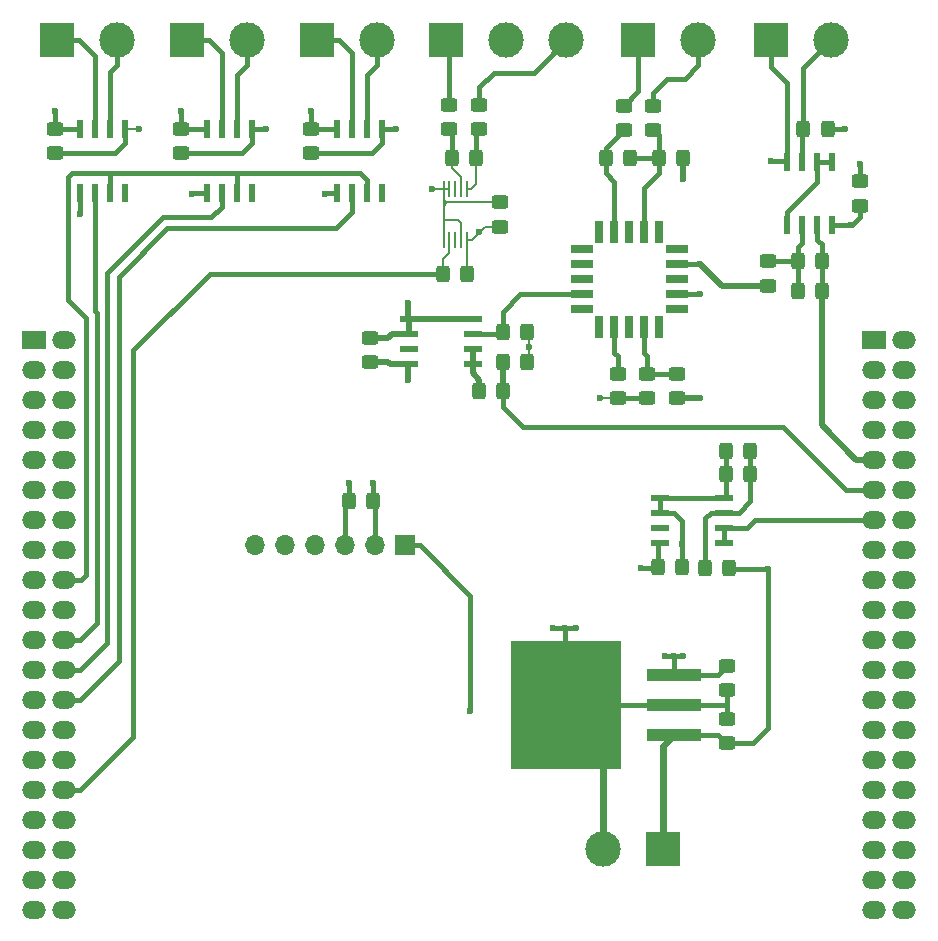
<source format=gtl>
G04 #@! TF.GenerationSoftware,KiCad,Pcbnew,(6.0.1)*
G04 #@! TF.CreationDate,2022-01-24T21:39:17-03:00*
G04 #@! TF.ProjectId,ice-adq,6963652d-6164-4712-9e6b-696361645f70,1.0*
G04 #@! TF.SameCoordinates,Original*
G04 #@! TF.FileFunction,Copper,L1,Top*
G04 #@! TF.FilePolarity,Positive*
%FSLAX46Y46*%
G04 Gerber Fmt 4.6, Leading zero omitted, Abs format (unit mm)*
G04 Created by KiCad (PCBNEW (6.0.1)) date 2022-01-24 21:39:17*
%MOMM*%
%LPD*%
G01*
G04 APERTURE LIST*
G04 Aperture macros list*
%AMRoundRect*
0 Rectangle with rounded corners*
0 $1 Rounding radius*
0 $2 $3 $4 $5 $6 $7 $8 $9 X,Y pos of 4 corners*
0 Add a 4 corners polygon primitive as box body*
4,1,4,$2,$3,$4,$5,$6,$7,$8,$9,$2,$3,0*
0 Add four circle primitives for the rounded corners*
1,1,$1+$1,$2,$3*
1,1,$1+$1,$4,$5*
1,1,$1+$1,$6,$7*
1,1,$1+$1,$8,$9*
0 Add four rect primitives between the rounded corners*
20,1,$1+$1,$2,$3,$4,$5,0*
20,1,$1+$1,$4,$5,$6,$7,0*
20,1,$1+$1,$6,$7,$8,$9,0*
20,1,$1+$1,$8,$9,$2,$3,0*%
G04 Aperture macros list end*
G04 #@! TA.AperFunction,ComponentPad*
%ADD10R,2.000000X1.524000*%
G04 #@! TD*
G04 #@! TA.AperFunction,ComponentPad*
%ADD11O,2.000000X1.524000*%
G04 #@! TD*
G04 #@! TA.AperFunction,SMDPad,CuDef*
%ADD12RoundRect,0.250000X0.450000X-0.325000X0.450000X0.325000X-0.450000X0.325000X-0.450000X-0.325000X0*%
G04 #@! TD*
G04 #@! TA.AperFunction,SMDPad,CuDef*
%ADD13RoundRect,0.250000X-0.325000X-0.450000X0.325000X-0.450000X0.325000X0.450000X-0.325000X0.450000X0*%
G04 #@! TD*
G04 #@! TA.AperFunction,SMDPad,CuDef*
%ADD14RoundRect,0.250000X-0.450000X0.325000X-0.450000X-0.325000X0.450000X-0.325000X0.450000X0.325000X0*%
G04 #@! TD*
G04 #@! TA.AperFunction,SMDPad,CuDef*
%ADD15RoundRect,0.250000X0.325000X0.450000X-0.325000X0.450000X-0.325000X-0.450000X0.325000X-0.450000X0*%
G04 #@! TD*
G04 #@! TA.AperFunction,ComponentPad*
%ADD16R,3.000000X3.000000*%
G04 #@! TD*
G04 #@! TA.AperFunction,ComponentPad*
%ADD17C,3.000000*%
G04 #@! TD*
G04 #@! TA.AperFunction,SMDPad,CuDef*
%ADD18R,0.600000X1.550000*%
G04 #@! TD*
G04 #@! TA.AperFunction,SMDPad,CuDef*
%ADD19R,1.550000X0.600000*%
G04 #@! TD*
G04 #@! TA.AperFunction,SMDPad,CuDef*
%ADD20R,0.280000X1.400000*%
G04 #@! TD*
G04 #@! TA.AperFunction,SMDPad,CuDef*
%ADD21R,1.925000X0.700000*%
G04 #@! TD*
G04 #@! TA.AperFunction,SMDPad,CuDef*
%ADD22R,0.700000X1.925000*%
G04 #@! TD*
G04 #@! TA.AperFunction,ComponentPad*
%ADD23R,1.700000X1.700000*%
G04 #@! TD*
G04 #@! TA.AperFunction,ComponentPad*
%ADD24O,1.700000X1.700000*%
G04 #@! TD*
G04 #@! TA.AperFunction,SMDPad,CuDef*
%ADD25R,4.600000X1.100000*%
G04 #@! TD*
G04 #@! TA.AperFunction,SMDPad,CuDef*
%ADD26R,9.400000X10.800000*%
G04 #@! TD*
G04 #@! TA.AperFunction,ViaPad*
%ADD27C,0.600000*%
G04 #@! TD*
G04 #@! TA.AperFunction,Conductor*
%ADD28C,0.381000*%
G04 #@! TD*
G04 #@! TA.AperFunction,Conductor*
%ADD29C,0.203200*%
G04 #@! TD*
G04 #@! TA.AperFunction,Conductor*
%ADD30C,0.508000*%
G04 #@! TD*
G04 #@! TA.AperFunction,Conductor*
%ADD31C,0.600000*%
G04 #@! TD*
G04 APERTURE END LIST*
D10*
X141715001Y-138095001D03*
D11*
X144255001Y-138095001D03*
X141715001Y-150795001D03*
X144255001Y-140635001D03*
X141715001Y-153335001D03*
X144255001Y-143175001D03*
X141715001Y-155875001D03*
X144255001Y-145715001D03*
X141715001Y-158415001D03*
X144255001Y-148255001D03*
X141715001Y-160955001D03*
X144255001Y-150795001D03*
X141715001Y-163495001D03*
X144255001Y-153335001D03*
X141715001Y-166035001D03*
X144255001Y-155875001D03*
X141715001Y-168575001D03*
X144255001Y-158415001D03*
X141715001Y-171115001D03*
X144255001Y-160955001D03*
X141715001Y-173655001D03*
X144255001Y-163495001D03*
X141715001Y-176195001D03*
X144255001Y-166035001D03*
X144255001Y-168575001D03*
X141715001Y-178735001D03*
X144255001Y-171115001D03*
X144255001Y-176195001D03*
X144255001Y-178735001D03*
X144255001Y-181275001D03*
X144255001Y-183815001D03*
X141715001Y-181275001D03*
X141715001Y-183815001D03*
X141715001Y-140635001D03*
X141715001Y-143175001D03*
X141715001Y-145715001D03*
X141715001Y-148255001D03*
X141715001Y-186355001D03*
X144255001Y-186355001D03*
X144255001Y-173655001D03*
D10*
X70595001Y-138095001D03*
D11*
X73135001Y-138095001D03*
X70595001Y-140635001D03*
X73135001Y-140635001D03*
X70595001Y-143175001D03*
X73135001Y-143175001D03*
X70595001Y-145715001D03*
X73135001Y-145715001D03*
X70595001Y-148255001D03*
X73135001Y-148255001D03*
X70595001Y-150795001D03*
X73135001Y-150795001D03*
X70595001Y-153335001D03*
X73135001Y-153335001D03*
X70595001Y-155875001D03*
X73135001Y-155875001D03*
X70595001Y-158415001D03*
X73135001Y-158415001D03*
X70595001Y-160955001D03*
X73135001Y-160955001D03*
X70595001Y-163495001D03*
X73135001Y-163495001D03*
X70595001Y-166035001D03*
X73135001Y-166035001D03*
X70595001Y-168575001D03*
X73135001Y-168575001D03*
X70595001Y-171115001D03*
X73135001Y-171115001D03*
X70595001Y-173655001D03*
X73135001Y-173655001D03*
X70595001Y-176195001D03*
X73135001Y-176195001D03*
X70595001Y-178735001D03*
X73135001Y-178735001D03*
X70595001Y-181275001D03*
X73135001Y-181275001D03*
X70595001Y-183815001D03*
X73135001Y-183815001D03*
X70595001Y-186355001D03*
X73135001Y-186355001D03*
D12*
X94000000Y-122275000D03*
X94000000Y-120225000D03*
X72361208Y-120225000D03*
X72361208Y-122275000D03*
X83000000Y-120225000D03*
X83000000Y-122275000D03*
D13*
X118975000Y-122759266D03*
X121025000Y-122759266D03*
X125525000Y-122759266D03*
X123475000Y-122759266D03*
D14*
X122500000Y-140975000D03*
X122500000Y-143025000D03*
X120000000Y-140975000D03*
X120000000Y-143025000D03*
D13*
X112319021Y-137486867D03*
X110269021Y-137486867D03*
D12*
X99044021Y-140011867D03*
X99044021Y-137961867D03*
D15*
X105978722Y-122730894D03*
X108028722Y-122730894D03*
D12*
X140503722Y-126755894D03*
X140503722Y-124705894D03*
D13*
X135228722Y-133980894D03*
X137278722Y-133980894D03*
D15*
X97225000Y-151750000D03*
X99275000Y-151750000D03*
D14*
X129250000Y-165725000D03*
X129250000Y-167775000D03*
D12*
X110000000Y-126475000D03*
X110000000Y-128525000D03*
D16*
X94500000Y-112753661D03*
D17*
X99580000Y-112753661D03*
X88580000Y-112753661D03*
D16*
X83500000Y-112753661D03*
D17*
X77580000Y-112750000D03*
D16*
X72500000Y-112750000D03*
X121750000Y-112750000D03*
D17*
X126830000Y-112750000D03*
D16*
X105503722Y-112750000D03*
D17*
X110583722Y-112750000D03*
X115663722Y-112750000D03*
X138080000Y-112750000D03*
D16*
X133000000Y-112750000D03*
X123800000Y-181200000D03*
D17*
X118720000Y-181200000D03*
D12*
X120500000Y-118307149D03*
X120500000Y-120357149D03*
X123018488Y-120357149D03*
X123018488Y-118307149D03*
D14*
X125000000Y-140975000D03*
X125000000Y-143025000D03*
D15*
X112319021Y-139986867D03*
X110269021Y-139986867D03*
X108269021Y-142486867D03*
X110319021Y-142486867D03*
X105225000Y-132500000D03*
X107275000Y-132500000D03*
D14*
X108250000Y-120275000D03*
X108250000Y-118225000D03*
X105750000Y-118225000D03*
X105750000Y-120275000D03*
D15*
X137775000Y-120230894D03*
X135725000Y-120230894D03*
D12*
X132750000Y-131475000D03*
X132750000Y-133525000D03*
D15*
X137278722Y-131480894D03*
X135228722Y-131480894D03*
D18*
X100016208Y-120303661D03*
X98746208Y-120303661D03*
X97476208Y-120303661D03*
X96206208Y-120303661D03*
X96206208Y-125703661D03*
X97476208Y-125703661D03*
X98746208Y-125703661D03*
X100016208Y-125703661D03*
X89016208Y-125703661D03*
X87746208Y-125703661D03*
X86476208Y-125703661D03*
X85206208Y-125703661D03*
X85206208Y-120303661D03*
X86476208Y-120303661D03*
X87746208Y-120303661D03*
X89016208Y-120303661D03*
X78266208Y-120303661D03*
X76996208Y-120303661D03*
X75726208Y-120303661D03*
X74456208Y-120303661D03*
X74456208Y-125703661D03*
X75726208Y-125703661D03*
X76996208Y-125703661D03*
X78266208Y-125703661D03*
D19*
X102344021Y-140141867D03*
X102344021Y-138871867D03*
X102344021Y-137601867D03*
X102344021Y-136331867D03*
X107744021Y-136331867D03*
X107744021Y-137601867D03*
X107744021Y-138871867D03*
X107744021Y-140141867D03*
D20*
X107253722Y-129620894D03*
X106753722Y-129620894D03*
X106253722Y-129620894D03*
X105753722Y-129620894D03*
X105253722Y-129620894D03*
X105253722Y-125340894D03*
X105753722Y-125340894D03*
X106253722Y-125340894D03*
X106753722Y-125340894D03*
X107253722Y-125340894D03*
D18*
X138158722Y-123030894D03*
X136888722Y-123030894D03*
X135618722Y-123030894D03*
X134348722Y-123030894D03*
X134348722Y-128430894D03*
X135618722Y-128430894D03*
X136888722Y-128430894D03*
X138158722Y-128430894D03*
D21*
X125052500Y-133000000D03*
X125052500Y-131730000D03*
X125052500Y-130460000D03*
X125052500Y-134270000D03*
X125052500Y-135540000D03*
D22*
X123540000Y-128947500D03*
X122270000Y-128947500D03*
X121000000Y-128947500D03*
X119730000Y-128947500D03*
X118460000Y-128947500D03*
D21*
X116947500Y-130460000D03*
X116947500Y-131730000D03*
X116947500Y-133000000D03*
X116947500Y-134270000D03*
X116947500Y-135540000D03*
D22*
X118460000Y-137052500D03*
X119730000Y-137052500D03*
X121000000Y-137052500D03*
X122270000Y-137052500D03*
X123540000Y-137052500D03*
D13*
X123425000Y-157359203D03*
X125475000Y-157359203D03*
D15*
X129175000Y-147500000D03*
X131225000Y-147500000D03*
X129425000Y-157400000D03*
X127375000Y-157400000D03*
X129175000Y-149500000D03*
X131225000Y-149500000D03*
D19*
X129016403Y-155289202D03*
X129016403Y-154019202D03*
X129016403Y-152749202D03*
X129016403Y-151479202D03*
X123616403Y-151479202D03*
X123616403Y-152749202D03*
X123616403Y-154019202D03*
X123616403Y-155289202D03*
D12*
X129250000Y-172275000D03*
X129250000Y-170225000D03*
D23*
X102000000Y-155500000D03*
D24*
X99460000Y-155500000D03*
X96920000Y-155500000D03*
X94380000Y-155500000D03*
X91840000Y-155500000D03*
X89300000Y-155500000D03*
D25*
X124775000Y-171540000D03*
X124775000Y-169000000D03*
X124775000Y-166460000D03*
D26*
X115625000Y-169000000D03*
D27*
X132750000Y-157500000D03*
X108250000Y-129000000D03*
X102250000Y-141500000D03*
X127000000Y-134250000D03*
X139750000Y-128430894D03*
X139250000Y-120250000D03*
X122000000Y-157400000D03*
X104250000Y-125340894D03*
X112500000Y-138750000D03*
X127000000Y-131710000D03*
X102250000Y-135000000D03*
X133000000Y-123000000D03*
X140500000Y-123250000D03*
X79500000Y-120250000D03*
X90250000Y-120303661D03*
X101250000Y-120303661D03*
X125500000Y-124500000D03*
X125475000Y-155400000D03*
X118500000Y-143000000D03*
X97250000Y-150250000D03*
X124750000Y-164850000D03*
X125500000Y-164850000D03*
X124000000Y-164850000D03*
X115500000Y-162500000D03*
X114500000Y-162500000D03*
X116500000Y-162500000D03*
X72361208Y-118750000D03*
X83000000Y-118750000D03*
X94000000Y-118750000D03*
X99275000Y-150250000D03*
X127000000Y-143000000D03*
X74500000Y-127500000D03*
X84000000Y-125750000D03*
X95250000Y-125750000D03*
X107500000Y-169500000D03*
D28*
X94000000Y-120225000D02*
X96127547Y-120225000D01*
X94000000Y-120225000D02*
X94000000Y-118750000D01*
D29*
X118500000Y-143000000D02*
X119975000Y-143000000D01*
X112500000Y-137667846D02*
X112319021Y-137486867D01*
X112500000Y-138750000D02*
X112500000Y-137667846D01*
X112500000Y-139805888D02*
X112319021Y-139986867D01*
X112500000Y-138750000D02*
X112500000Y-139805888D01*
D30*
X107744021Y-140141867D02*
X107744021Y-138871867D01*
X108269021Y-141474867D02*
X107744021Y-140949867D01*
X107744021Y-140949867D02*
X107744021Y-140141867D01*
X107744021Y-136331867D02*
X102344021Y-136331867D01*
D28*
X72361208Y-120225000D02*
X72361208Y-118750000D01*
D29*
X78319869Y-120250000D02*
X78266208Y-120303661D01*
X79500000Y-120250000D02*
X78319869Y-120250000D01*
D28*
X78266208Y-121459661D02*
X78266208Y-120303661D01*
X83000000Y-120225000D02*
X83000000Y-118750000D01*
X89016208Y-120303661D02*
X90250000Y-120303661D01*
X100016208Y-120303661D02*
X101250000Y-120303661D01*
X100016208Y-121459661D02*
X100016208Y-120303661D01*
D29*
X106753722Y-128253722D02*
X106753722Y-129620894D01*
D28*
X105750000Y-112996278D02*
X105750000Y-118225000D01*
X134317828Y-123000000D02*
X134348722Y-123030894D01*
X133000000Y-123000000D02*
X134317828Y-123000000D01*
D29*
X107253722Y-129620894D02*
X107253722Y-132478722D01*
X107253722Y-132478722D02*
X107275000Y-132500000D01*
X108725000Y-128525000D02*
X107629106Y-129620894D01*
X107629106Y-129620894D02*
X107253722Y-129620894D01*
X110000000Y-128525000D02*
X108725000Y-128525000D01*
D30*
X102250000Y-141500000D02*
X102250000Y-140235888D01*
X102250000Y-140235888D02*
X102344021Y-140141867D01*
D28*
X127000000Y-134250000D02*
X125072500Y-134250000D01*
X125072500Y-134250000D02*
X125052500Y-134270000D01*
D30*
X100569021Y-140011867D02*
X100699021Y-140141867D01*
X100699021Y-140141867D02*
X102344021Y-140141867D01*
X99044021Y-140011867D02*
X100569021Y-140011867D01*
D28*
X139250000Y-120250000D02*
X137794106Y-120250000D01*
X137794106Y-120250000D02*
X137775000Y-120230894D01*
X139750000Y-128430894D02*
X138158722Y-128430894D01*
X140503722Y-127746278D02*
X139819106Y-128430894D01*
X139819106Y-128430894D02*
X139750000Y-128430894D01*
X140503722Y-126755894D02*
X140503722Y-127746278D01*
X123425000Y-155480605D02*
X123616403Y-155289202D01*
X123425000Y-157359203D02*
X123425000Y-155480605D01*
X123400000Y-157384203D02*
X123425000Y-157359203D01*
X128515000Y-166460000D02*
X129250000Y-165725000D01*
X124775000Y-166460000D02*
X126500000Y-166460000D01*
D29*
X106500000Y-128000000D02*
X106753722Y-128253722D01*
X105253722Y-129620894D02*
X105253722Y-128000000D01*
X105253722Y-128000000D02*
X105253722Y-126750000D01*
X105253722Y-128000000D02*
X106500000Y-128000000D01*
X105253722Y-126750000D02*
X105253722Y-126250000D01*
X105478722Y-126475000D02*
X105478722Y-126525000D01*
X105478722Y-126525000D02*
X105253722Y-126750000D01*
X105253722Y-126250000D02*
X105253722Y-125340894D01*
X110000000Y-126475000D02*
X105478722Y-126475000D01*
X105478722Y-126475000D02*
X105253722Y-126250000D01*
X105253722Y-125340894D02*
X105753722Y-125340894D01*
D30*
X102250000Y-135000000D02*
X102250000Y-136237846D01*
X102250000Y-136237846D02*
X102344021Y-136331867D01*
X125500000Y-124500000D02*
X125500000Y-122784266D01*
X125500000Y-122784266D02*
X125525000Y-122759266D01*
X132750000Y-133525000D02*
X128815000Y-133525000D01*
X128815000Y-133525000D02*
X127000000Y-131710000D01*
D28*
X127000000Y-131710000D02*
X125072500Y-131710000D01*
X125072500Y-131710000D02*
X125052500Y-131730000D01*
D30*
X100929021Y-137601867D02*
X100569021Y-137961867D01*
X100569021Y-137961867D02*
X99044021Y-137961867D01*
X102344021Y-137601867D02*
X100929021Y-137601867D01*
X102344021Y-136331867D02*
X102344021Y-137601867D01*
D28*
X140503722Y-124705894D02*
X140503722Y-123253722D01*
X140503722Y-123253722D02*
X140500000Y-123250000D01*
X120000000Y-143025000D02*
X122500000Y-143025000D01*
X94000000Y-122275000D02*
X99200869Y-122275000D01*
X99200869Y-122275000D02*
X100016208Y-121459661D01*
X83000000Y-122275000D02*
X88200869Y-122275000D01*
X88200869Y-122275000D02*
X89016208Y-121459661D01*
X89016208Y-121459661D02*
X89016208Y-120303661D01*
X72361208Y-122275000D02*
X77450869Y-122275000D01*
X77450869Y-122275000D02*
X78266208Y-121459661D01*
X123616403Y-151479202D02*
X123616403Y-152749202D01*
X127860403Y-151479202D02*
X123616403Y-151479202D01*
X129016403Y-151479202D02*
X127860403Y-151479202D01*
X125475000Y-156559203D02*
X125475000Y-157359203D01*
X125475000Y-153451799D02*
X125475000Y-155400000D01*
X124772403Y-152749202D02*
X125475000Y-153451799D01*
X123616403Y-152749202D02*
X124772403Y-152749202D01*
X125475000Y-155400000D02*
X125475000Y-156559203D01*
X96920000Y-152305000D02*
X97225000Y-152000000D01*
X96920000Y-155500000D02*
X96920000Y-152305000D01*
X97250000Y-151975000D02*
X97225000Y-152000000D01*
X97250000Y-150250000D02*
X97250000Y-151725000D01*
X134348722Y-123030894D02*
X134348722Y-116348722D01*
X133000000Y-115000000D02*
X133000000Y-112750000D01*
X134348722Y-116348722D02*
X133000000Y-115000000D01*
X129175000Y-151320605D02*
X129016403Y-151479202D01*
X129175000Y-149500000D02*
X129175000Y-151320605D01*
X129175000Y-147500000D02*
X129175000Y-149500000D01*
X124775000Y-169000000D02*
X129250000Y-169000000D01*
X129250000Y-167775000D02*
X129250000Y-169000000D01*
X129250000Y-169000000D02*
X129250000Y-170225000D01*
X122094000Y-169000000D02*
X115625000Y-169000000D01*
X124775000Y-169000000D02*
X122094000Y-169000000D01*
X126500000Y-166460000D02*
X128515000Y-166460000D01*
X124000000Y-164850000D02*
X124750000Y-164850000D01*
X124750000Y-164850000D02*
X125500000Y-164850000D01*
X124750000Y-166435000D02*
X124775000Y-166460000D01*
X124750000Y-164850000D02*
X124750000Y-166435000D01*
X123384203Y-157400000D02*
X123425000Y-157359203D01*
X122000000Y-157400000D02*
X123384203Y-157400000D01*
X115500000Y-168875000D02*
X115625000Y-169000000D01*
X115500000Y-162500000D02*
X115500000Y-168875000D01*
X116500000Y-162500000D02*
X115500000Y-162500000D01*
X114500000Y-162500000D02*
X115500000Y-162500000D01*
D31*
X118720000Y-172095000D02*
X115625000Y-169000000D01*
X118720000Y-181200000D02*
X118720000Y-172095000D01*
D29*
X105253722Y-125340894D02*
X104250000Y-125340894D01*
D28*
X83000000Y-120225000D02*
X85127547Y-120225000D01*
X96127547Y-120225000D02*
X96206208Y-120303661D01*
X85127547Y-120225000D02*
X85206208Y-120303661D01*
X74456208Y-120303661D02*
X72439869Y-120303661D01*
X99460000Y-152185000D02*
X99275000Y-152000000D01*
X99460000Y-155500000D02*
X99460000Y-152185000D01*
X99275000Y-150250000D02*
X99275000Y-151750000D01*
X118975000Y-123975000D02*
X119730000Y-124730000D01*
X119730000Y-124730000D02*
X119730000Y-128947500D01*
X118975000Y-122759266D02*
X118975000Y-123975000D01*
X120500000Y-120357149D02*
X118975000Y-121882149D01*
X118975000Y-121882149D02*
X118975000Y-122759266D01*
X123475000Y-124025000D02*
X122270000Y-125230000D01*
X122270000Y-125230000D02*
X122270000Y-128947500D01*
X123475000Y-122759266D02*
X123475000Y-124025000D01*
X121025000Y-122759266D02*
X123475000Y-122759266D01*
X123475000Y-122759266D02*
X123475000Y-120813661D01*
X123475000Y-120813661D02*
X123018488Y-120357149D01*
X122270000Y-139270000D02*
X122500000Y-139500000D01*
X122500000Y-139500000D02*
X122500000Y-140975000D01*
X122270000Y-137052500D02*
X122270000Y-139270000D01*
X125000000Y-140975000D02*
X122500000Y-140975000D01*
X119730000Y-139230000D02*
X120000000Y-139500000D01*
X120000000Y-139500000D02*
X120000000Y-140975000D01*
X119730000Y-137052500D02*
X119730000Y-139230000D01*
X107744021Y-137601867D02*
X110154021Y-137601867D01*
X110154021Y-137601867D02*
X110269021Y-137486867D01*
X110269021Y-136686867D02*
X110269021Y-137486867D01*
X110269021Y-135730979D02*
X110269021Y-136686867D01*
X111730000Y-134270000D02*
X110269021Y-135730979D01*
X116947500Y-134270000D02*
X111730000Y-134270000D01*
D29*
X105978722Y-122730894D02*
X105978722Y-123530894D01*
X105978722Y-123530894D02*
X106753722Y-124305894D01*
X106753722Y-124305894D02*
X106753722Y-124437694D01*
X106753722Y-124437694D02*
X106753722Y-125340894D01*
D28*
X105978722Y-122730894D02*
X105978722Y-120503722D01*
X105978722Y-120503722D02*
X105750000Y-120275000D01*
D29*
X108028722Y-122730894D02*
X108028722Y-124909094D01*
X108028722Y-124909094D02*
X107596922Y-125340894D01*
X107596922Y-125340894D02*
X107253722Y-125340894D01*
D28*
X108028722Y-122730894D02*
X108028722Y-120496278D01*
X108028722Y-120496278D02*
X108250000Y-120275000D01*
X135228722Y-131480894D02*
X132755894Y-131480894D01*
X132755894Y-131480894D02*
X132750000Y-131475000D01*
X135228722Y-131480894D02*
X135228722Y-133980894D01*
X135618722Y-129881278D02*
X135228722Y-130271278D01*
X135228722Y-130271278D02*
X135228722Y-131480894D01*
X135618722Y-128430894D02*
X135618722Y-129881278D01*
D30*
X141715001Y-148255001D02*
X140207001Y-148255001D01*
X140207001Y-148255001D02*
X137278722Y-145326722D01*
X137278722Y-145326722D02*
X137278722Y-134780894D01*
X137278722Y-134780894D02*
X137278722Y-133980894D01*
D28*
X137278722Y-131480894D02*
X137278722Y-133980894D01*
X136888722Y-129638722D02*
X137278722Y-130028722D01*
X137278722Y-130028722D02*
X137278722Y-131480894D01*
X136888722Y-128430894D02*
X136888722Y-129638722D01*
D30*
X127000000Y-143000000D02*
X125025000Y-143000000D01*
X125025000Y-143000000D02*
X125000000Y-143025000D01*
D28*
X128515000Y-171540000D02*
X129250000Y-172275000D01*
X124775000Y-171540000D02*
X128515000Y-171540000D01*
X129525000Y-157500000D02*
X129425000Y-157400000D01*
X132750000Y-157500000D02*
X129525000Y-157500000D01*
X132750000Y-157500000D02*
X132750000Y-171000000D01*
X131475000Y-172275000D02*
X129250000Y-172275000D01*
X132750000Y-171000000D02*
X131475000Y-172275000D01*
D31*
X123800000Y-172515000D02*
X124775000Y-171540000D01*
X123800000Y-181200000D02*
X123800000Y-172515000D01*
D28*
X94500000Y-112753661D02*
X96381000Y-112753661D01*
X96381000Y-112753661D02*
X97476208Y-113848869D01*
X97476208Y-113848869D02*
X97476208Y-119147661D01*
X97476208Y-119147661D02*
X97476208Y-120303661D01*
X99580000Y-112753661D02*
X99580000Y-114874981D01*
X99580000Y-114874981D02*
X98746208Y-115708773D01*
X98746208Y-115708773D02*
X98746208Y-119147661D01*
X98746208Y-119147661D02*
X98746208Y-120303661D01*
X87746208Y-119147661D02*
X87746208Y-120303661D01*
X87746208Y-115708773D02*
X87746208Y-119147661D01*
X88580000Y-114874981D02*
X87746208Y-115708773D01*
X88580000Y-112753661D02*
X88580000Y-114874981D01*
X86476208Y-119147661D02*
X86476208Y-120303661D01*
X86476208Y-113848869D02*
X86476208Y-119147661D01*
X85381000Y-112753661D02*
X86476208Y-113848869D01*
X83500000Y-112753661D02*
X85381000Y-112753661D01*
X76996208Y-115455112D02*
X76996208Y-119147661D01*
X76996208Y-119147661D02*
X76996208Y-120303661D01*
X77580000Y-114871320D02*
X76996208Y-115455112D01*
X77580000Y-112750000D02*
X77580000Y-114871320D01*
X75726208Y-119147661D02*
X75726208Y-120303661D01*
X75726208Y-114095208D02*
X75726208Y-119147661D01*
X74381000Y-112750000D02*
X75726208Y-114095208D01*
X72500000Y-112750000D02*
X74381000Y-112750000D01*
X121750000Y-112750000D02*
X121750000Y-117057149D01*
X121750000Y-117057149D02*
X120500000Y-118307149D01*
X126830000Y-114871320D02*
X125701320Y-116000000D01*
X126830000Y-112750000D02*
X126830000Y-114871320D01*
X125701320Y-116000000D02*
X124200000Y-116000000D01*
X123018488Y-117181512D02*
X123018488Y-118307149D01*
X124200000Y-116000000D02*
X123018488Y-117181512D01*
X105750000Y-112996278D02*
X105503722Y-112750000D01*
X108250000Y-116750000D02*
X109500000Y-115500000D01*
X108250000Y-118225000D02*
X108250000Y-116750000D01*
X109500000Y-115500000D02*
X112913722Y-115500000D01*
X112913722Y-115500000D02*
X113413722Y-115000000D01*
X113413722Y-115000000D02*
X115663722Y-112750000D01*
X138080000Y-112750000D02*
X135725000Y-115105000D01*
X135725000Y-115105000D02*
X135725000Y-120230894D01*
X135975000Y-120230894D02*
X135618722Y-120587172D01*
X135618722Y-120587172D02*
X135618722Y-123030894D01*
X134000000Y-145500000D02*
X139295001Y-150795001D01*
X139295001Y-150795001D02*
X141715001Y-150795001D01*
D30*
X110269021Y-139986867D02*
X110269021Y-142436867D01*
X110269021Y-142436867D02*
X110319021Y-142486867D01*
D28*
X134000000Y-145500000D02*
X112000000Y-145500000D01*
X110319021Y-143819021D02*
X110319021Y-142486867D01*
X112000000Y-145500000D02*
X110319021Y-143819021D01*
D30*
X108269021Y-141474867D02*
X108269021Y-142486867D01*
D28*
X74516001Y-176195001D02*
X79000000Y-171711002D01*
X85500000Y-132500000D02*
X105225000Y-132500000D01*
X79000000Y-171711002D02*
X79000000Y-139000000D01*
X79000000Y-139000000D02*
X85500000Y-132500000D01*
X73135001Y-176195001D02*
X74516001Y-176195001D01*
D29*
X105753722Y-130746278D02*
X105225000Y-131275000D01*
X105225000Y-131275000D02*
X105225000Y-132500000D01*
X105753722Y-129620894D02*
X105753722Y-130746278D01*
D28*
X74456208Y-125703661D02*
X74456208Y-127456208D01*
X74456208Y-127456208D02*
X74500000Y-127500000D01*
X85206208Y-125703661D02*
X84046339Y-125703661D01*
X84046339Y-125703661D02*
X84000000Y-125750000D01*
X96206208Y-125703661D02*
X95296339Y-125703661D01*
X95296339Y-125703661D02*
X95250000Y-125750000D01*
X77750000Y-132760078D02*
X81869068Y-128641010D01*
X77750000Y-165341002D02*
X77750000Y-132760078D01*
X74516001Y-168575001D02*
X77750000Y-165341002D01*
X96108990Y-128641010D02*
X97476208Y-127273792D01*
X97476208Y-127273792D02*
X97476208Y-125703661D01*
X81869068Y-128641010D02*
X96108990Y-128641010D01*
X73135001Y-168575001D02*
X74516001Y-168575001D01*
X75000000Y-158000000D02*
X74584999Y-158415001D01*
X75000000Y-136250000D02*
X75000000Y-158000000D01*
X73455707Y-124368260D02*
X73455707Y-134705707D01*
X73455707Y-134705707D02*
X75000000Y-136250000D01*
X77000000Y-124000000D02*
X73823967Y-124000000D01*
X73823967Y-124000000D02*
X73455707Y-124368260D01*
X74584999Y-158415001D02*
X73135001Y-158415001D01*
X87750000Y-124000000D02*
X77000000Y-124000000D01*
X98198547Y-124000000D02*
X87750000Y-124000000D01*
X87746208Y-125703661D02*
X87746208Y-124003792D01*
X87746208Y-124003792D02*
X87750000Y-124000000D01*
X76996208Y-125703661D02*
X76996208Y-124003792D01*
X76996208Y-124003792D02*
X77000000Y-124000000D01*
X98746208Y-125703661D02*
X98746208Y-124547661D01*
X98746208Y-124547661D02*
X98198547Y-124000000D01*
X76782020Y-132467980D02*
X81500000Y-127750000D01*
X76782020Y-163768982D02*
X76782020Y-132467980D01*
X74516001Y-166035001D02*
X76782020Y-163768982D01*
X85585869Y-127750000D02*
X86476208Y-126859661D01*
X81500000Y-127750000D02*
X85585869Y-127750000D01*
X73135001Y-166035001D02*
X74516001Y-166035001D01*
X86476208Y-126859661D02*
X86476208Y-125703661D01*
X75891010Y-135880932D02*
X75891010Y-162108990D01*
X75726208Y-135716130D02*
X75891010Y-135880932D01*
X75726208Y-125703661D02*
X75726208Y-135716130D01*
X75891010Y-162108990D02*
X75250000Y-162750000D01*
X75250000Y-162750000D02*
X75250000Y-162761002D01*
X75250000Y-162761002D02*
X74516001Y-163495001D01*
X74516001Y-163495001D02*
X73135001Y-163495001D01*
X134348722Y-128430894D02*
X134348722Y-127274894D01*
X134348722Y-127274894D02*
X136888722Y-124734894D01*
X136888722Y-124734894D02*
X136888722Y-124186894D01*
X136888722Y-124186894D02*
X136888722Y-123030894D01*
X138158722Y-123030894D02*
X136888722Y-123030894D01*
X107500000Y-169075736D02*
X107500000Y-169500000D01*
X107500000Y-159769000D02*
X107500000Y-169075736D01*
X103231000Y-155500000D02*
X107500000Y-159769000D01*
X102000000Y-155500000D02*
X103231000Y-155500000D01*
X131225000Y-149500000D02*
X131225000Y-151775000D01*
X130250798Y-152749202D02*
X129016403Y-152749202D01*
X131225000Y-151775000D02*
X130250798Y-152749202D01*
X131225000Y-147500000D02*
X131225000Y-149500000D01*
X127375000Y-156600000D02*
X127375000Y-157400000D01*
X127375000Y-153234605D02*
X127375000Y-156600000D01*
X127860403Y-152749202D02*
X127375000Y-153234605D01*
X129016403Y-152749202D02*
X127860403Y-152749202D01*
X129016403Y-154019202D02*
X129016403Y-155289202D01*
X130980798Y-154019202D02*
X129016403Y-154019202D01*
X141715001Y-153335001D02*
X131664999Y-153335001D01*
X131664999Y-153335001D02*
X130980798Y-154019202D01*
M02*

</source>
